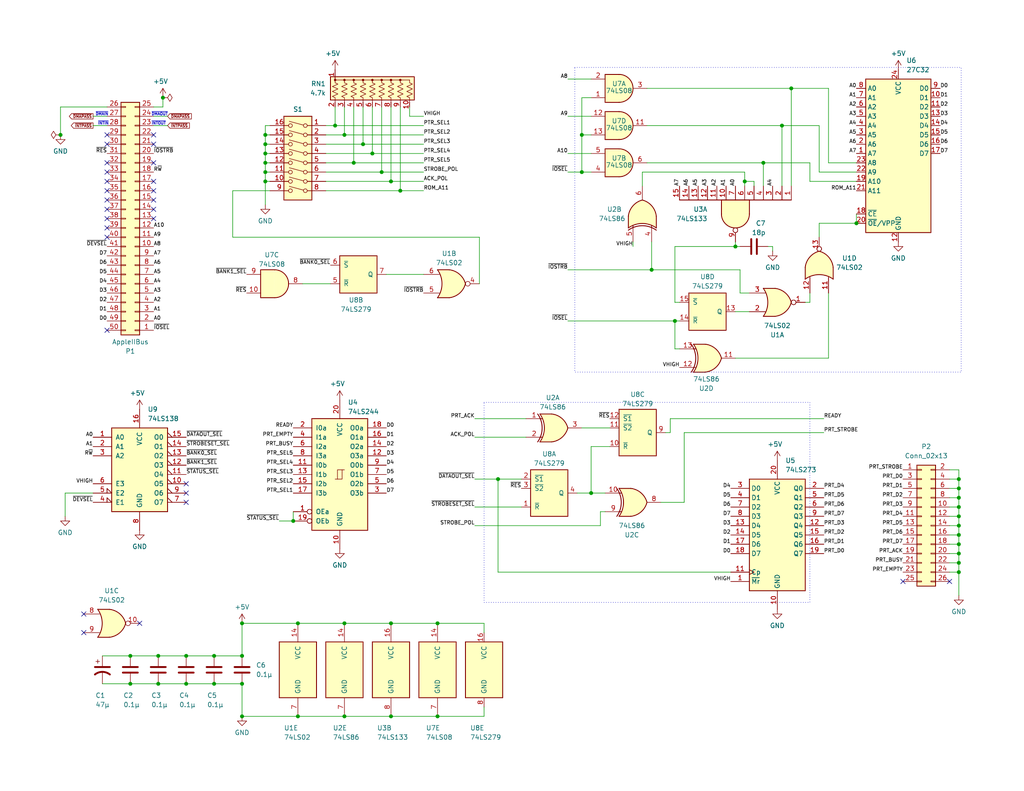
<source format=kicad_sch>
(kicad_sch (version 20231120) (generator "eeschema") (generator_version "8.0")
  (paper "USLetter")
  (title_block (title "Microtek Apple Dumpling-GX Printer Card") (date "2023-09-21") (rev "925B") (comment 2 "captured by Mark Aikens") (comment 3 "by Microtek") (comment 4 "Apple II printer card"))
  (lib_symbols
    (symbol "74xx:74LS02" (pin_names (offset 1.016))
      (property "Reference" "U" (at 0 1.27 0))
      (property "Value" "74LS02" (at 0 -1.27 0))
      (symbol "74LS02_1_1"
        (pin output inverted (at 7.62 0 180) (length 3.81) (name "~") (number "1"))
        (pin input line (at -7.62 2.54 0) (length 4.318) (name "~") (number "2"))
        (pin input line (at -7.62 -2.54 0) (length 4.318) (name "~") (number "3"))
      )
      (symbol "74LS02_1_2"
        (pin output line (at 7.62 0 180) (length 3.81) (name "~") (number "1"))
        (pin input inverted (at -7.62 2.54 0) (length 3.81) (name "~") (number "2"))
        (pin input inverted (at -7.62 -2.54 0) (length 3.81) (name "~") (number "3"))
      )
      (symbol "74LS02_2_1"
        (pin output inverted (at 7.62 0 180) (length 3.81) (name "~") (number "4"))
        (pin input line (at -7.62 2.54 0) (length 4.318) (name "~") (number "5"))
        (pin input line (at -7.62 -2.54 0) (length 4.318) (name "~") (number "6"))
      )
      (symbol "74LS02_2_2"
        (pin output line (at 7.62 0 180) (length 3.81) (name "~") (number "4"))
        (pin input inverted (at -7.62 2.54 0) (length 3.81) (name "~") (number "5"))
        (pin input inverted (at -7.62 -2.54 0) (length 3.81) (name "~") (number "6"))
      )
      (symbol "74LS02_3_1"
        (pin output inverted (at 7.62 0 180) (length 3.81) (name "~") (number "10"))
        (pin input line (at -7.62 2.54 0) (length 4.318) (name "~") (number "8"))
        (pin input line (at -7.62 -2.54 0) (length 4.318) (name "~") (number "9"))
      )
      (symbol "74LS02_3_2"
        (pin output line (at 7.62 0 180) (length 3.81) (name "~") (number "10"))
        (pin input inverted (at -7.62 2.54 0) (length 3.81) (name "~") (number "8"))
        (pin input inverted (at -7.62 -2.54 0) (length 3.81) (name "~") (number "9"))
      )
      (symbol "74LS02_4_1"
        (pin input line (at -7.62 2.54 0) (length 4.318) (name "~") (number "11"))
        (pin input line (at -7.62 -2.54 0) (length 4.318) (name "~") (number "12"))
        (pin output inverted (at 7.62 0 180) (length 3.81) (name "~") (number "13"))
      )
      (symbol "74LS02_4_2"
        (pin input inverted (at -7.62 2.54 0) (length 3.81) (name "~") (number "11"))
        (pin input inverted (at -7.62 -2.54 0) (length 3.81) (name "~") (number "12"))
        (pin output line (at 7.62 0 180) (length 3.81) (name "~") (number "13"))
      )
      (symbol "74LS02_5_0"
        (pin power_in line (at 0 12.7 270) (length 5.08) (name "VCC") (number "14"))
        (pin power_in line (at 0 -12.7 90) (length 5.08) (name "GND") (number "7"))
      )
    )
    (symbol "74xx:74LS08" (pin_names (offset 1.016))
      (property "Reference" "U" (at 0 1.27 0))
      (property "Value" "74LS08" (at 0 -1.27 0))
      (symbol "74LS08_1_1"
        (pin input line (at -7.62 2.54 0) (length 3.81) (name "~") (number "1"))
        (pin input line (at -7.62 -2.54 0) (length 3.81) (name "~") (number "2"))
        (pin output line (at 7.62 0 180) (length 3.81) (name "~") (number "3"))
      )
      (symbol "74LS08_1_2"
        (pin input inverted (at -7.62 2.54 0) (length 4.318) (name "~") (number "1"))
        (pin input inverted (at -7.62 -2.54 0) (length 4.318) (name "~") (number "2"))
        (pin output inverted (at 7.62 0 180) (length 3.81) (name "~") (number "3"))
      )
      (symbol "74LS08_2_1"
        (pin input line (at -7.62 2.54 0) (length 3.81) (name "~") (number "4"))
        (pin input line (at -7.62 -2.54 0) (length 3.81) (name "~") (number "5"))
        (pin output line (at 7.62 0 180) (length 3.81) (name "~") (number "6"))
      )
      (symbol "74LS08_2_2"
        (pin input inverted (at -7.62 2.54 0) (length 4.318) (name "~") (number "4"))
        (pin input inverted (at -7.62 -2.54 0) (length 4.318) (name "~") (number "5"))
        (pin output inverted (at 7.62 0 180) (length 3.81) (name "~") (number "6"))
      )
      (symbol "74LS08_3_1"
        (pin input line (at -7.62 -2.54 0) (length 3.81) (name "~") (number "10"))
        (pin output line (at 7.62 0 180) (length 3.81) (name "~") (number "8"))
        (pin input line (at -7.62 2.54 0) (length 3.81) (name "~") (number "9"))
      )
      (symbol "74LS08_3_2"
        (pin input inverted (at -7.62 -2.54 0) (length 4.318) (name "~") (number "10"))
        (pin output inverted (at 7.62 0 180) (length 3.81) (name "~") (number "8"))
        (pin input inverted (at -7.62 2.54 0) (length 4.318) (name "~") (number "9"))
      )
      (symbol "74LS08_4_1"
        (pin output line (at 7.62 0 180) (length 3.81) (name "~") (number "11"))
        (pin input line (at -7.62 2.54 0) (length 3.81) (name "~") (number "12"))
        (pin input line (at -7.62 -2.54 0) (length 3.81) (name "~") (number "13"))
      )
      (symbol "74LS08_4_2"
        (pin output inverted (at 7.62 0 180) (length 3.81) (name "~") (number "11"))
        (pin input inverted (at -7.62 2.54 0) (length 4.318) (name "~") (number "12"))
        (pin input inverted (at -7.62 -2.54 0) (length 4.318) (name "~") (number "13"))
      )
      (symbol "74LS08_5_0"
        (pin power_in line (at 0 12.7 270) (length 5.08) (name "VCC") (number "14"))
        (pin power_in line (at 0 -12.7 90) (length 5.08) (name "GND") (number "7"))
      )
    )
    (symbol "74xx:74LS133" (pin_names (offset 1.016))
      (property "Reference" "U" (at 0 1.27 0))
      (property "Value" "74LS133" (at 0 -1.27 0))
      (symbol "74LS133_1_1"
        (pin input line (at -7.62 15.24 0) (length 3.81) (name "~") (number "1"))
        (pin input line (at -7.62 -2.54 0) (length 3.81) (name "~") (number "10"))
        (pin input line (at -7.62 -5.08 0) (length 3.81) (name "~") (number "11"))
        (pin input line (at -7.62 -7.62 0) (length 3.81) (name "~") (number "12"))
        (pin input line (at -7.62 -10.16 0) (length 3.81) (name "~") (number "13"))
        (pin input line (at -7.62 -12.7 0) (length 3.81) (name "~") (number "14"))
        (pin input line (at -7.62 -15.24 0) (length 3.81) (name "~") (number "15"))
        (pin input line (at -7.62 12.7 0) (length 3.81) (name "~") (number "2"))
        (pin input line (at -7.62 10.16 0) (length 3.81) (name "~") (number "3"))
        (pin input line (at -7.62 7.62 0) (length 3.81) (name "~") (number "4"))
        (pin input line (at -7.62 5.08 0) (length 3.81) (name "~") (number "5"))
        (pin input line (at -7.62 2.54 0) (length 3.81) (name "~") (number "6"))
        (pin input line (at -7.62 0 0) (length 3.81) (name "~") (number "7"))
        (pin output inverted (at 7.62 0 180) (length 3.81) (name "~") (number "9"))
      )
      (symbol "74LS133_1_2"
        (pin input inverted (at -7.62 15.24 0) (length 3.81) (name "~") (number "1"))
        (pin input inverted (at -7.62 -2.54 0) (length 4.5466) (name "~") (number "10"))
        (pin input inverted (at -7.62 -5.08 0) (length 3.81) (name "~") (number "11"))
        (pin input inverted (at -7.62 -7.62 0) (length 3.81) (name "~") (number "12"))
        (pin input inverted (at -7.62 -10.16 0) (length 3.81) (name "~") (number "13"))
        (pin input inverted (at -7.62 -12.7 0) (length 3.81) (name "~") (number "14"))
        (pin input inverted (at -7.62 -15.24 0) (length 3.81) (name "~") (number "15"))
        (pin input inverted (at -7.62 12.7 0) (length 3.81) (name "~") (number "2"))
        (pin input inverted (at -7.62 10.16 0) (length 3.81) (name "~") (number "3"))
        (pin input inverted (at -7.62 7.62 0) (length 3.81) (name "~") (number "4"))
        (pin input inverted (at -7.62 5.08 0) (length 3.81) (name "~") (number "5"))
        (pin input inverted (at -7.62 2.54 0) (length 4.5466) (name "~") (number "6"))
        (pin input inverted (at -7.62 0 0) (length 5.08) (name "~") (number "7"))
        (pin output line (at 7.62 0 180) (length 3.81) (name "~") (number "9"))
      )
      (symbol "74LS133_2_0"
        (pin power_in line (at 0 12.7 270) (length 5.08) (name "VCC") (number "16"))
        (pin power_in line (at 0 -12.7 90) (length 5.08) (name "GND") (number "8"))
      )
    )
    (symbol "74xx:74LS138" (pin_names (offset 1.016))
      (property "Reference" "U" (at -7.62 11.43 0))
      (property "Value" "74LS138" (at -7.62 -13.97 0))
      (symbol "74LS138_1_0"
        (pin input line (at -12.7 7.62 0) (length 5.08) (name "A0") (number "1"))
        (pin output output_low (at 12.7 -5.08 180) (length 5.08) (name "O5") (number "10"))
        (pin output output_low (at 12.7 -2.54 180) (length 5.08) (name "O4") (number "11"))
        (pin output output_low (at 12.7 0 180) (length 5.08) (name "O3") (number "12"))
        (pin output output_low (at 12.7 2.54 180) (length 5.08) (name "O2") (number "13"))
        (pin output output_low (at 12.7 5.08 180) (length 5.08) (name "O1") (number "14"))
        (pin output output_low (at 12.7 7.62 180) (length 5.08) (name "O0") (number "15"))
        (pin power_in line (at 0 15.24 270) (length 5.08) (name "VCC") (number "16"))
        (pin input line (at -12.7 5.08 0) (length 5.08) (name "A1") (number "2"))
        (pin input line (at -12.7 2.54 0) (length 5.08) (name "A2") (number "3"))
        (pin input input_low (at -12.7 -10.16 0) (length 5.08) (name "E1") (number "4"))
        (pin input input_low (at -12.7 -7.62 0) (length 5.08) (name "E2") (number "5"))
        (pin input line (at -12.7 -5.08 0) (length 5.08) (name "E3") (number "6"))
        (pin output output_low (at 12.7 -10.16 180) (length 5.08) (name "O7") (number "7"))
        (pin power_in line (at 0 -17.78 90) (length 5.08) (name "GND") (number "8"))
        (pin output output_low (at 12.7 -7.62 180) (length 5.08) (name "O6") (number "9"))
      )
    )
    (symbol "74xx:74LS244" (pin_names (offset 1.016))
      (property "Reference" "U" (at -7.62 16.51 0))
      (property "Value" "74LS244" (at -7.62 -16.51 0))
      (symbol "74LS244_1_0"
        (pin input inverted (at -12.7 -10.16 0) (length 5.08) (name "OEa") (number "1"))
        (pin power_in line (at 0 -20.32 90) (length 5.08) (name "GND") (number "10"))
        (pin input line (at -12.7 2.54 0) (length 5.08) (name "I0b") (number "11"))
        (pin tri_state line (at 12.7 5.08 180) (length 5.08) (name "O3a") (number "12"))
        (pin input line (at -12.7 0 0) (length 5.08) (name "I1b") (number "13"))
        (pin tri_state line (at 12.7 7.62 180) (length 5.08) (name "O2a") (number "14"))
        (pin input line (at -12.7 -2.54 0) (length 5.08) (name "I2b") (number "15"))
        (pin tri_state line (at 12.7 10.16 180) (length 5.08) (name "O1a") (number "16"))
        (pin input line (at -12.7 -5.08 0) (length 5.08) (name "I3b") (number "17"))
        (pin tri_state line (at 12.7 12.7 180) (length 5.08) (name "O0a") (number "18"))
        (pin input inverted (at -12.7 -12.7 0) (length 5.08) (name "OEb") (number "19"))
        (pin input line (at -12.7 12.7 0) (length 5.08) (name "I0a") (number "2"))
        (pin power_in line (at 0 20.32 270) (length 5.08) (name "VCC") (number "20"))
        (pin tri_state line (at 12.7 -5.08 180) (length 5.08) (name "O3b") (number "3"))
        (pin input line (at -12.7 10.16 0) (length 5.08) (name "I1a") (number "4"))
        (pin tri_state line (at 12.7 -2.54 180) (length 5.08) (name "O2b") (number "5"))
        (pin input line (at -12.7 7.62 0) (length 5.08) (name "I2a") (number "6"))
        (pin tri_state line (at 12.7 0 180) (length 5.08) (name "O1b") (number "7"))
        (pin input line (at -12.7 5.08 0) (length 5.08) (name "I3a") (number "8"))
        (pin tri_state line (at 12.7 2.54 180) (length 5.08) (name "O0b") (number "9"))
      )
    )
    (symbol "74xx:74LS273"
      (property "Reference" "U" (at -7.62 16.51 0))
      (property "Value" "74LS273" (at -7.62 -16.51 0))
      (symbol "74LS273_1_0"
        (pin input line (at -12.7 -12.7 0) (length 5.08) (name "~{Mr}") (number "1"))
        (pin power_in line (at 0 -20.32 90) (length 5.08) (name "GND") (number "10"))
        (pin input clock (at -12.7 -10.16 0) (length 5.08) (name "Cp") (number "11"))
        (pin output line (at 12.7 2.54 180) (length 5.08) (name "Q4") (number "12"))
        (pin input line (at -12.7 2.54 0) (length 5.08) (name "D4") (number "13"))
        (pin input line (at -12.7 0 0) (length 5.08) (name "D5") (number "14"))
        (pin output line (at 12.7 0 180) (length 5.08) (name "Q5") (number "15"))
        (pin output line (at 12.7 -2.54 180) (length 5.08) (name "Q6") (number "16"))
        (pin input line (at -12.7 -2.54 0) (length 5.08) (name "D6") (number "17"))
        (pin input line (at -12.7 -5.08 0) (length 5.08) (name "D7") (number "18"))
        (pin output line (at 12.7 -5.08 180) (length 5.08) (name "Q7") (number "19"))
        (pin output line (at 12.7 12.7 180) (length 5.08) (name "Q0") (number "2"))
        (pin power_in line (at 0 20.32 270) (length 5.08) (name "VCC") (number "20"))
        (pin input line (at -12.7 12.7 0) (length 5.08) (name "D0") (number "3"))
        (pin input line (at -12.7 10.16 0) (length 5.08) (name "D1") (number "4"))
        (pin output line (at 12.7 10.16 180) (length 5.08) (name "Q1") (number "5"))
        (pin output line (at 12.7 7.62 180) (length 5.08) (name "Q2") (number "6"))
        (pin input line (at -12.7 7.62 0) (length 5.08) (name "D2") (number "7"))
        (pin input line (at -12.7 5.08 0) (length 5.08) (name "D3") (number "8"))
        (pin output line (at 12.7 5.08 180) (length 5.08) (name "Q3") (number "9"))
      )
    )
    (symbol "74xx:74LS86" (pin_names (offset 1.016))
      (property "Reference" "U" (at 0 1.27 0))
      (property "Value" "74LS86" (at 0 -1.27 0))
      (symbol "74LS86_1_0"
        (pin input line (at -7.62 2.54 0) (length 4.445) (name "~") (number "1"))
        (pin input line (at -7.62 -2.54 0) (length 4.445) (name "~") (number "2"))
        (pin output line (at 7.62 0 180) (length 3.81) (name "~") (number "3"))
      )
      (symbol "74LS86_2_0"
        (pin input line (at -7.62 2.54 0) (length 4.445) (name "~") (number "4"))
        (pin input line (at -7.62 -2.54 0) (length 4.445) (name "~") (number "5"))
        (pin output line (at 7.62 0 180) (length 3.81) (name "~") (number "6"))
      )
      (symbol "74LS86_3_0"
        (pin input line (at -7.62 -2.54 0) (length 4.445) (name "~") (number "10"))
        (pin output line (at 7.62 0 180) (length 3.81) (name "~") (number "8"))
        (pin input line (at -7.62 2.54 0) (length 4.445) (name "~") (number "9"))
      )
      (symbol "74LS86_4_0"
        (pin output line (at 7.62 0 180) (length 3.81) (name "~") (number "11"))
        (pin input line (at -7.62 2.54 0) (length 4.445) (name "~") (number "12"))
        (pin input line (at -7.62 -2.54 0) (length 4.445) (name "~") (number "13"))
      )
      (symbol "74LS86_5_0"
        (pin power_in line (at 0 12.7 270) (length 5.08) (name "VCC") (number "14"))
        (pin power_in line (at 0 -12.7 90) (length 5.08) (name "GND") (number "7"))
      )
    )
    (symbol "Connector_Generic:Conn_02x13_Odd_Even" (pin_names (offset 1.016) hide)
      (property "Reference" "J" (at 1.27 17.78 0))
      (property "Value" "Conn_02x13_Odd_Even" (at 1.27 -17.78 0))
      (symbol "Conn_02x13_Odd_Even_1_1"
        (pin passive line (at -5.08 15.24 0) (length 3.81) (name "Pin_1") (number "1"))
        (pin passive line (at 7.62 5.08 180) (length 3.81) (name "Pin_10") (number "10"))
        (pin passive line (at -5.08 2.54 0) (length 3.81) (name "Pin_11") (number "11"))
        (pin passive line (at 7.62 2.54 180) (length 3.81) (name "Pin_12") (number "12"))
        (pin passive line (at -5.08 0 0) (length 3.81) (name "Pin_13") (number "13"))
        (pin passive line (at 7.62 0 180) (length 3.81) (name "Pin_14") (number "14"))
        (pin passive line (at -5.08 -2.54 0) (length 3.81) (name "Pin_15") (number "15"))
        (pin passive line (at 7.62 -2.54 180) (length 3.81) (name "Pin_16") (number "16"))
        (pin passive line (at -5.08 -5.08 0) (length 3.81) (name "Pin_17") (number "17"))
        (pin passive line (at 7.62 -5.08 180) (length 3.81) (name "Pin_18") (number "18"))
        (pin passive line (at -5.08 -7.62 0) (length 3.81) (name "Pin_19") (number "19"))
        (pin passive line (at 7.62 15.24 180) (length 3.81) (name "Pin_2") (number "2"))
        (pin passive line (at 7.62 -7.62 180) (length 3.81) (name "Pin_20") (number "20"))
        (pin passive line (at -5.08 -10.16 0) (length 3.81) (name "Pin_21") (number "21"))
        (pin passive line (at 7.62 -10.16 180) (length 3.81) (name "Pin_22") (number "22"))
        (pin passive line (at -5.08 -12.7 0) (length 3.81) (name "Pin_23") (number "23"))
        (pin passive line (at 7.62 -12.7 180) (length 3.81) (name "Pin_24") (number "24"))
        (pin passive line (at -5.08 -15.24 0) (length 3.81) (name "Pin_25") (number "25"))
        (pin passive line (at 7.62 -15.24 180) (length 3.81) (name "Pin_26") (number "26"))
        (pin passive line (at -5.08 12.7 0) (length 3.81) (name "Pin_3") (number "3"))
        (pin passive line (at 7.62 12.7 180) (length 3.81) (name "Pin_4") (number "4"))
        (pin passive line (at -5.08 10.16 0) (length 3.81) (name "Pin_5") (number "5"))
        (pin passive line (at 7.62 10.16 180) (length 3.81) (name "Pin_6") (number "6"))
        (pin passive line (at -5.08 7.62 0) (length 3.81) (name "Pin_7") (number "7"))
        (pin passive line (at 7.62 7.62 180) (length 3.81) (name "Pin_8") (number "8"))
        (pin passive line (at -5.08 5.08 0) (length 3.81) (name "Pin_9") (number "9"))
      )
    )
    (symbol "Connector_Generic:Conn_02x25_Counter_Clockwise" (pin_names (offset 1.016) hide)
      (property "Reference" "J" (at 1.27 33.02 0))
      (property "Value" "Conn_02x25_Counter_Clockwise" (at 1.27 -33.02 0))
      (symbol "Conn_02x25_Counter_Clockwise_1_1"
        (pin passive line (at -5.08 30.48 0) (length 3.81) (name "Pin_1") (number "1"))
        (pin passive line (at -5.08 7.62 0) (length 3.81) (name "Pin_10") (number "10"))
        (pin passive line (at -5.08 5.08 0) (length 3.81) (name "Pin_11") (number "11"))
        (pin passive line (at -5.08 2.54 0) (length 3.81) (name "Pin_12") (number "12"))
        (pin passive line (at -5.08 0 0) (length 3.81) (name "Pin_13") (number "13"))
        (pin passive line (at -5.08 -2.54 0) (length 3.81) (name "Pin_14") (number "14"))
        (pin passive line (at -5.08 -5.08 0) (length 3.81) (name "Pin_15") (number "15"))
        (pin passive line (at -5.08 -7.62 0) (length 3.81) (name "Pin_16") (number "16"))
        (pin passive line (at -5.08 -10.16 0) (length 3.81) (name "Pin_17") (number "17"))
        (pin passive line (at -5.08 -12.7 0) (length 3.81) (name "Pin_18") (number "18"))
        (pin passive line (at -5.08 -15.24 0) (length 3.81) (name "Pin_19") (number "19"))
        (pin passive line (at -5.08 27.94 0) (length 3.81) (name "Pin_2") (number "2"))
        (pin passive line (at -5.08 -17.78 0) (length 3.81) (name "Pin_20") (number "20"))
        (pin passive line (at -5.08 -20.32 0) (length 3.81) (name "Pin_21") (number "21"))
        (pin passive line (at -5.08 -22.86 0) (length 3.81) (name "Pin_22") (number "22"))
        (pin passive line (at -5.08 -25.4 0) (length 3.81) (name "Pin_23") (number "23"))
        (pin passive line (at -5.08 -27.94 0) (length 3.81) (name "Pin_24") (number "24"))
        (pin passive line (at -5.08 -30.48 0) (length 3.81) (name "Pin_25") (number "25"))
        (pin passive line (at 7.62 -30.48 180) (length 3.81) (name "Pin_26") (number "26"))
        (pin passive line (at 7.62 -27.94 180) (length 3.81) (name "Pin_27") (number "27"))
        (pin passive line (at 7.62 -25.4 180) (length 3.81) (name "Pin_28") (number "28"))
        (pin passive line (at 7.62 -22.86 180) (length 3.81) (name "Pin_29") (number "29"))
        (pin passive line (at -5.08 25.4 0) (length 3.81) (name "Pin_3") (number "3"))
        (pin passive line (at 7.62 -20.32 180) (length 3.81) (name "Pin_30") (number "30"))
        (pin passive line (at 7.62 -17.78 180) (length 3.81) (name "Pin_31") (number "31"))
        (pin passive line (at 7.62 -15.24 180) (length 3.81) (name "Pin_32") (number "32"))
        (pin passive line (at 7.62 -12.7 180) (length 3.81) (name "Pin_33") (number "33"))
        (pin passive line (at 7.62 -10.16 180) (length 3.81) (name "Pin_34") (number "34"))
        (pin passive line (at 7.62 -7.62 180) (length 3.81) (name "Pin_35") (number "35"))
        (pin passive line (at 7.62 -5.08 180) (length 3.81) (name "Pin_36") (number "36"))
        (pin passive line (at 7.62 -2.54 180) (length 3.81) (name "Pin_37") (number "37"))
        (pin passive line (at 7.62 0 180) (length 3.81) (name "Pin_38") (number "38"))
        (pin passive line (at 7.62 2.54 180) (length 3.81) (name "Pin_39") (number "39"))
        (pin passive line (at -5.08 22.86 0) (length 3.81) (name "Pin_4") (number "4"))
        (pin passive line (at 7.62 5.08 180) (length 3.81) (name "Pin_40") (number "40"))
        (pin passive line (at 7.62 7.62 180) (length 3.81) (name "Pin_41") (number "41"))
        (pin passive line (at 7.62 10.16 180) (length 3.81) (name "Pin_42") (number "42"))
        (pin passive line (at 7.62 12.7 180) (length 3.81) (name "Pin_43") (number "43"))
        (pin passive line (at 7.62 15.24 180) (length 3.81) (name "Pin_44") (number "44"))
        (pin passive line (at 7.62 17.78 180) (length 3.81) (name "Pin_45") (number "45"))
        (pin passive line (at 7.62 20.32 180) (length 3.81) (name "Pin_46") (number "46"))
        (pin passive line (at 7.62 22.86 180) (length 3.81) (name "Pin_47") (number "47"))
        (pin passive line (at 7.62 25.4 180) (length 3.81) (name "Pin_48") (number "48"))
        (pin passive line (at 7.62 27.94 180) (length 3.81) (name "Pin_49") (number "49"))
        (pin passive line (at -5.08 20.32 0) (length 3.81) (name "Pin_5") (number "5"))
        (pin passive line (at 7.62 30.48 180) (length 3.81) (name "Pin_50") (number "50"))
        (pin passive line (at -5.08 17.78 0) (length 3.81) (name "Pin_6") (number "6"))
        (pin passive line (at -5.08 15.24 0) (length 3.81) (name "Pin_7") (number "7"))
        (pin passive line (at -5.08 12.7 0) (length 3.81) (name "Pin_8") (number "8"))
        (pin passive line (at -5.08 10.16 0) (length 3.81) (name "Pin_9") (number "9"))
      )
    )
    (symbol "Device:C" (pin_numbers hide) (pin_names (offset 0.254))
      (property "Reference" "C" (at 0.635 2.54 0))
      (property "Value" "C" (at 0.635 -2.54 0))
      (symbol "C_1_1"
        (pin passive line (at 0 3.81 270) (length 2.794) (name "~") (number "1"))
        (pin passive line (at 0 -3.81 90) (length 2.794) (name "~") (number "2"))
      )
    )
    (symbol "Device:C_Polarized_US" (pin_numbers hide) (pin_names (offset 0.254) hide)
      (property "Reference" "C" (at 0.635 2.54 0))
      (property "Value" "C_Polarized_US" (at 0.635 -2.54 0))
      (symbol "C_Polarized_US_1_1"
        (pin passive line (at 0 3.81 270) (length 2.794) (name "~") (number "1"))
        (pin passive line (at 0 -3.81 90) (length 3.302) (name "~") (number "2"))
      )
    )
    (symbol "Device:R_Network09_US" (pin_names (offset 0) hide)
      (property "Reference" "RN" (at -12.7 0 90))
      (property "Value" "R_Network09_US" (at 12.7 0 90))
      (symbol "R_Network09_US_1_1"
        (pin passive line (at -10.16 5.08 270) (length 2.54) (name "common") (number "1"))
        (pin passive line (at 10.16 -5.08 90) (length 1.27) (name "R9") (number "10"))
        (pin passive line (at -10.16 -5.08 90) (length 1.27) (name "R1") (number "2"))
        (pin passive line (at -7.62 -5.08 90) (length 1.27) (name "R2") (number "3"))
        (pin passive line (at -5.08 -5.08 90) (length 1.27) (name "R3") (number "4"))
        (pin passive line (at -2.54 -5.08 90) (length 1.27) (name "R4") (number "5"))
        (pin passive line (at 0 -5.08 90) (length 1.27) (name "R5") (number "6"))
        (pin passive line (at 2.54 -5.08 90) (length 1.27) (name "R6") (number "7"))
        (pin passive line (at 5.08 -5.08 90) (length 1.27) (name "R7") (number "8"))
        (pin passive line (at 7.62 -5.08 90) (length 1.27) (name "R8") (number "9"))
      )
    )
    (symbol "Logic_Legacy:74LS279" (pin_names (offset 1.016))
      (property "Reference" "U" (at -10.16 7.62 0))
      (property "Value" "74LS279" (at -7.62 -8.89 0))
      (symbol "74LS279_1_0"
        (pin input line (at -7.62 -3.81 0) (length 2.54) (name "~{R}") (number "1"))
        (pin input line (at -7.62 3.81 0) (length 2.54) (name "~{S1}") (number "2"))
        (pin input line (at -7.62 1.27 0) (length 2.54) (name "~{S2}") (number "3"))
        (pin output line (at 7.62 0 180) (length 2.54) (name "Q") (number "4"))
      )
      (symbol "74LS279_2_0"
        (pin input line (at -7.62 -2.54 0) (length 2.54) (name "~{R}") (number "5"))
        (pin input line (at -7.62 2.54 0) (length 2.54) (name "~{S}") (number "6"))
        (pin output line (at 7.62 0 180) (length 2.54) (name "Q") (number "7"))
      )
      (symbol "74LS279_3_0"
        (pin input line (at -7.62 -3.81 0) (length 2.54) (name "~{R}") (number "10"))
        (pin input line (at -7.62 1.27 0) (length 2.54) (name "~{S2}") (number "11"))
        (pin input line (at -7.62 3.81 0) (length 2.54) (name "~{S1}") (number "12"))
        (pin output line (at 7.62 0 180) (length 2.54) (name "Q") (number "9"))
      )
      (symbol "74LS279_4_0"
        (pin output line (at 7.62 0 180) (length 2.54) (name "Q") (number "13"))
        (pin input line (at -7.62 -2.54 0) (length 2.54) (name "~{R}") (number "14"))
        (pin input line (at -7.62 2.54 0) (length 2.54) (name "~{S}") (number "15"))
      )
      (symbol "74LS279_5_0"
        (pin power_in line (at 0 10.16 270) (length 2.54) (name "VCC") (number "16"))
        (pin power_in line (at 0 -10.16 90) (length 2.54) (name "GND") (number "8"))
      )
    )
    (symbol "Memory_Legacy:27C32"
      (property "Reference" "U" (at -7.62 24.13 0))
      (property "Value" "27C32" (at 2.54 -20.32 0))
      (symbol "27C32_1_1"
        (pin input line (at -10.16 2.54 0) (length 2.54) (name "A7") (number "1"))
        (pin tri_state line (at 12.7 17.78 180) (length 2.54) (name "D1") (number "10"))
        (pin tri_state line (at 12.7 15.24 180) (length 2.54) (name "D2") (number "11"))
        (pin power_in line (at 1.27 -21.59 90) (length 2.54) (name "GND") (number "12"))
        (pin tri_state line (at 12.7 12.7 180) (length 2.54) (name "D3") (number "13"))
        (pin tri_state line (at 12.7 10.16 180) (length 2.54) (name "D4") (number "14"))
        (pin tri_state line (at 12.7 7.62 180) (length 2.54) (name "D5") (number "15"))
        (pin tri_state line (at 12.7 5.08 180) (length 2.54) (name "D6") (number "16"))
        (pin tri_state line (at 12.7 2.54 180) (length 2.54) (name "D7") (number "17"))
        (pin input line (at -10.16 -13.97 0) (length 2.54) (name "~{CE}") (number "18"))
        (pin input line (at -10.16 -5.08 0) (length 2.54) (name "A10") (number "19"))
        (pin input line (at -10.16 5.08 0) (length 2.54) (name "A6") (number "2"))
        (pin input line (at -10.16 -16.51 0) (length 2.54) (name "~{OE}/VPP") (number "20"))
        (pin input line (at -10.16 -7.62 0) (length 2.54) (name "A11") (number "21"))
        (pin input line (at -10.16 -2.54 0) (length 2.54) (name "A9") (number "22"))
        (pin input line (at -10.16 0 0) (length 2.54) (name "A8") (number "23"))
        (pin power_in line (at 1.27 25.4 270) (length 2.54) (name "VCC") (number "24"))
        (pin input line (at -10.16 7.62 0) (length 2.54) (name "A5") (number "3"))
        (pin input line (at -10.16 10.16 0) (length 2.54) (name "A4") (number "4"))
        (pin input line (at -10.16 12.7 0) (length 2.54) (name "A3") (number "5"))
        (pin input line (at -10.16 15.24 0) (length 2.54) (name "A2") (number "6"))
        (pin input line (at -10.16 17.78 0) (length 2.54) (name "A1") (number "7"))
        (pin input line (at -10.16 20.32 0) (length 2.54) (name "A0") (number "8"))
        (pin tri_state line (at 12.7 20.32 180) (length 2.54) (name "D0") (number "9"))
      )
    )
    (symbol "Switch:SW_DIP_x08" (pin_names (offset 0) hide)
      (property "Reference" "SW" (at 0 13.97 0))
      (property "Value" "SW_DIP_x08" (at 0 -11.43 0))
      (symbol "SW_DIP_x08_1_1"
        (pin passive line (at -7.62 10.16 0) (length 5.08) (name "~") (number "1"))
        (pin passive line (at 7.62 -5.08 180) (length 5.08) (name "~") (number "10"))
        (pin passive line (at 7.62 -2.54 180) (length 5.08) (name "~") (number "11"))
        (pin passive line (at 7.62 0 180) (length 5.08) (name "~") (number "12"))
        (pin passive line (at 7.62 2.54 180) (length 5.08) (name "~") (number "13"))
        (pin passive line (at 7.62 5.08 180) (length 5.08) (name "~") (number "14"))
        (pin passive line (at 7.62 7.62 180) (length 5.08) (name "~") (number "15"))
        (pin passive line (at 7.62 10.16 180) (length 5.08) (name "~") (number "16"))
        (pin passive line (at -7.62 7.62 0) (length 5.08) (name "~") (number "2"))
        (pin passive line (at -7.62 5.08 0) (length 5.08) (name "~") (number "3"))
        (pin passive line (at -7.62 2.54 0) (length 5.08) (name "~") (number "4"))
        (pin passive line (at -7.62 0 0) (length 5.08) (name "~") (number "5"))
        (pin passive line (at -7.62 -2.54 0) (length 5.08) (name "~") (number "6"))
        (pin passive line (at -7.62 -5.08 0) (length 5.08) (name "~") (number "7"))
        (pin passive line (at -7.62 -7.62 0) (length 5.08) (name "~") (number "8"))
        (pin passive line (at 7.62 -7.62 180) (length 5.08) (name "~") (number "9"))
      )
    )
    (symbol "power:+5V" (power) (pin_numbers hide) (pin_names (offset 0) hide)
      (property "Value" "+5V" (at 0 3.556 0))
      (symbol "+5V_1_1"
        (pin power_in line (at 0 0 90) (length 0) (name "~") (number "1"))
      )
    )
    (symbol "power:GND" (power) (pin_numbers hide) (pin_names (offset 0) hide)
      (property "Value" "GND" (at 0 -3.81 0))
      (symbol "GND_1_1"
        (pin power_in line (at 0 0 270) (length 0) (name "~") (number "1"))
      )
    )
    (symbol "power:PWR_FLAG" (power) (pin_numbers hide) (pin_names (offset 0) hide)
      (property "Value" "PWR_FLAG" (at 0 3.81 0))
      (symbol "PWR_FLAG_0_0"
        (pin power_out line (at 0 0 90) (length 0) (name "~") (number "1"))
      )
    )
  )
  (junction (at 261.62 151.13))
  (junction (at 50.8 179.07))
  (junction (at 119.38 195.58))
  (junction (at 58.42 186.69))
  (junction (at 93.98 170.18))
  (junction (at 35.56 179.07))
  (junction (at 213.36 34.29))
  (junction (at 261.62 138.43))
  (junction (at 66.04 186.69))
  (junction (at 81.28 170.18))
  (junction (at 43.18 186.69))
  (junction (at 72.39 39.37))
  (junction (at 35.56 186.69))
  (junction (at 203.2 49.53))
  (junction (at 66.04 195.58))
  (junction (at 72.39 41.91))
  (junction (at 93.98 195.58))
  (junction (at 58.42 179.07))
  (junction (at 261.62 146.05))
  (junction (at 208.28 44.45))
  (junction (at 261.62 140.97))
  (junction (at 50.8 186.69))
  (junction (at 261.62 130.81))
  (junction (at 104.14 46.99))
  (junction (at 81.28 195.58))
  (junction (at 233.68 60.96))
  (junction (at 106.68 195.58))
  (junction (at 43.18 179.07))
  (junction (at 119.38 170.18))
  (junction (at 72.39 44.45))
  (junction (at 261.62 148.59))
  (junction (at 72.39 36.83))
  (junction (at 261.62 133.35))
  (junction (at 72.39 46.99))
  (junction (at 66.04 179.07))
  (junction (at 72.39 49.53))
  (junction (at 93.98 36.83))
  (junction (at 96.52 44.45))
  (junction (at 66.04 170.18))
  (junction (at 106.68 170.18))
  (junction (at 91.44 34.29))
  (junction (at 135.89 130.81))
  (junction (at 261.62 135.89))
  (junction (at 161.29 134.62))
  (junction (at 200.66 67.31))
  (junction (at 177.8 73.66))
  (junction (at 80.01 142.24))
  (junction (at 99.06 39.37))
  (junction (at 16.51 36.83))
  (junction (at 184.15 87.63))
  (junction (at 215.9 24.13))
  (junction (at 261.62 156.21))
  (junction (at 261.62 143.51))
  (junction (at 44.45 26.67))
  (junction (at 109.22 52.07))
  (junction (at 158.75 36.83))
  (junction (at 106.68 49.53))
  (junction (at 261.62 153.67))
  (junction (at 101.6 41.91))
  (junction (at 158.75 46.99))
  (no_connect (at 29.21 44.45))
  (no_connect (at 29.21 39.37))
  (no_connect (at 29.21 49.53))
  (no_connect (at 259.08 158.75))
  (no_connect (at 246.38 158.75))
  (no_connect (at 41.91 59.69))
  (no_connect (at 22.86 167.64))
  (no_connect (at 29.21 59.69))
  (no_connect (at 22.86 172.72))
  (no_connect (at 29.21 90.17))
  (no_connect (at 50.8 137.16))
  (no_connect (at 29.21 54.61))
  (no_connect (at 29.21 62.23))
  (no_connect (at 29.21 64.77))
  (no_connect (at 50.8 132.08))
  (no_connect (at 41.91 57.15))
  (no_connect (at 29.21 52.07))
  (no_connect (at 29.21 57.15))
  (no_connect (at 41.91 44.45))
  (no_connect (at 41.91 52.07))
  (no_connect (at 41.91 36.83))
  (no_connect (at 41.91 39.37))
  (no_connect (at 38.1 170.18))
  (no_connect (at 29.21 36.83))
  (no_connect (at 50.8 134.62))
  (no_connect (at 41.91 49.53))
  (no_connect (at 29.21 46.99))
  (no_connect (at 41.91 54.61))
  (wire (pts (xy 135.89 156.21) (xy 199.39 156.21)))
  (wire (pts (xy 224.79 114.3) (xy 182.88 114.3)))
  (wire (pts (xy 182.88 118.11) (xy 181.61 118.11)))
  (wire (pts (xy 101.6 29.21) (xy 101.6 41.91)))
  (wire (pts (xy 93.98 29.21) (xy 93.98 36.83)))
  (wire (pts (xy 184.15 67.31) (xy 184.15 82.55)))
  (wire (pts (xy 35.56 179.07) (xy 43.18 179.07)))
  (wire (pts (xy 161.29 121.92) (xy 166.37 121.92)))
  (wire (pts (xy 182.88 114.3) (xy 182.88 118.11)))
  (wire (pts (xy 93.98 170.18) (xy 106.68 170.18)))
  (wire (pts (xy 91.44 29.21) (xy 91.44 34.29)))
  (wire (pts (xy 177.8 66.04) (xy 177.8 73.66)))
  (wire (pts (xy 158.75 26.67) (xy 161.29 26.67)))
  (wire (pts (xy 76.2 142.24) (xy 80.01 142.24)))
  (wire (pts (xy 106.68 29.21) (xy 106.68 49.53)))
  (wire (pts (xy 259.08 138.43) (xy 261.62 138.43)))
  (wire (pts (xy 163.83 143.51) (xy 129.54 143.51)))
  (wire (pts (xy 27.94 186.69) (xy 35.56 186.69)))
  (wire (pts (xy 200.66 67.31) (xy 201.93 67.31)))
  (wire (pts (xy 93.98 195.58) (xy 106.68 195.58)))
  (wire (pts (xy 163.83 139.7) (xy 163.83 143.51)))
  (wire (pts (xy 72.39 41.91) (xy 73.66 41.91)))
  (wire (pts (xy 223.52 34.29) (xy 223.52 46.99)))
  (wire (pts (xy 50.8 186.69) (xy 58.42 186.69)))
  (wire (pts (xy 184.15 87.63) (xy 184.15 95.25)))
  (wire (pts (xy 129.54 130.81) (xy 135.89 130.81)))
  (wire (pts (xy 220.98 80.01) (xy 220.98 82.55)))
  (wire (pts (xy 213.36 34.29) (xy 213.36 50.8)))
  (wire (pts (xy 58.42 186.69) (xy 66.04 186.69)))
  (wire (pts (xy 73.66 52.07) (xy 63.5 52.07)))
  (wire (pts (xy 25.4 134.62) (xy 17.78 134.62)))
  (wire (pts (xy 66.04 195.58) (xy 66.04 186.69)))
  (wire (pts (xy 81.28 195.58) (xy 66.04 195.58)))
  (wire (pts (xy 35.56 186.69) (xy 43.18 186.69)))
  (wire (pts (xy 99.06 39.37) (xy 115.57 39.37)))
  (wire (pts (xy 72.39 41.91) (xy 72.39 44.45)))
  (wire (pts (xy 220.98 44.45) (xy 208.28 44.45)))
  (wire (pts (xy 213.36 34.29) (xy 223.52 34.29)))
  (wire (pts (xy 175.26 46.99) (xy 203.2 46.99)))
  (wire (pts (xy 261.62 138.43) (xy 261.62 140.97)))
  (wire (pts (xy 111.76 29.21) (xy 111.76 31.75)))
  (wire (pts (xy 106.68 49.53) (xy 115.57 49.53)))
  (wire (pts (xy 109.22 52.07) (xy 115.57 52.07)))
  (wire (pts (xy 104.14 46.99) (xy 115.57 46.99)))
  (wire (pts (xy 215.9 24.13) (xy 226.06 24.13)))
  (wire (pts (xy 203.2 49.53) (xy 205.74 49.53)))
  (wire (pts (xy 96.52 44.45) (xy 115.57 44.45)))
  (wire (pts (xy 261.62 148.59) (xy 261.62 151.13)))
  (wire (pts (xy 259.08 153.67) (xy 261.62 153.67)))
  (wire (pts (xy 66.04 170.18) (xy 66.04 179.07)))
  (wire (pts (xy 58.42 179.07) (xy 66.04 179.07)))
  (wire (pts (xy 72.39 36.83) (xy 72.39 39.37)))
  (wire (pts (xy 259.08 140.97) (xy 261.62 140.97)))
  (wire (pts (xy 186.69 118.11) (xy 186.69 137.16)))
  (wire (pts (xy 130.81 64.77) (xy 63.5 64.77)))
  (wire (pts (xy 261.62 133.35) (xy 261.62 135.89)))
  (wire (pts (xy 210.82 68.58) (xy 210.82 67.31)))
  (wire (pts (xy 186.69 137.16) (xy 180.34 137.16)))
  (wire (pts (xy 259.08 135.89) (xy 261.62 135.89)))
  (wire (pts (xy 259.08 148.59) (xy 261.62 148.59)))
  (wire (pts (xy 226.06 44.45) (xy 233.68 44.45)))
  (wire (pts (xy 220.98 82.55) (xy 219.71 82.55)))
  (wire (pts (xy 220.98 49.53) (xy 233.68 49.53)))
  (wire (pts (xy 154.94 73.66) (xy 177.8 73.66)))
  (wire (pts (xy 154.94 87.63) (xy 184.15 87.63)))
  (wire (pts (xy 200.66 97.79) (xy 226.06 97.79)))
  (wire (pts (xy 154.94 21.59) (xy 161.29 21.59)))
  (wire (pts (xy 25.4 31.75) (xy 29.21 31.75)))
  (wire (pts (xy 43.18 186.69) (xy 50.8 186.69)))
  (wire (pts (xy 175.26 46.99) (xy 175.26 50.8)))
  (wire (pts (xy 208.28 44.45) (xy 208.28 50.8)))
  (wire (pts (xy 172.72 66.04) (xy 172.72 67.31)))
  (wire (pts (xy 81.28 170.18) (xy 66.04 170.18)))
  (wire (pts (xy 154.94 46.99) (xy 158.75 46.99)))
  (wire (pts (xy 163.83 139.7) (xy 165.1 139.7)))
  (wire (pts (xy 154.94 31.75) (xy 161.29 31.75)))
  (wire (pts (xy 223.52 46.99) (xy 233.68 46.99)))
  (wire (pts (xy 184.15 82.55) (xy 185.42 82.55)))
  (wire (pts (xy 50.8 179.07) (xy 58.42 179.07)))
  (wire (pts (xy 119.38 195.58) (xy 132.08 195.58)))
  (wire (pts (xy 101.6 41.91) (xy 115.57 41.91)))
  (wire (pts (xy 158.75 36.83) (xy 158.75 46.99)))
  (wire (pts (xy 72.39 44.45) (xy 72.39 46.99)))
  (wire (pts (xy 72.39 39.37) (xy 73.66 39.37)))
  (wire (pts (xy 203.2 46.99) (xy 203.2 49.53)))
  (wire (pts (xy 41.91 31.75) (xy 45.72 31.75)))
  (wire (pts (xy 25.4 34.29) (xy 29.21 34.29)))
  (wire (pts (xy 157.48 134.62) (xy 161.29 134.62)))
  (wire (pts (xy 129.54 119.38) (xy 143.51 119.38)))
  (wire (pts (xy 259.08 130.81) (xy 261.62 130.81)))
  (wire (pts (xy 72.39 44.45) (xy 73.66 44.45)))
  (wire (pts (xy 43.18 179.07) (xy 50.8 179.07)))
  (wire (pts (xy 161.29 134.62) (xy 165.1 134.62)))
  (wire (pts (xy 203.2 49.53) (xy 203.2 50.8)))
  (wire (pts (xy 200.66 66.04) (xy 200.66 67.31)))
  (wire (pts (xy 161.29 46.99) (xy 158.75 46.99)))
  (wire (pts (xy 261.62 130.81) (xy 261.62 133.35)))
  (wire (pts (xy 72.39 39.37) (xy 72.39 41.91)))
  (wire (pts (xy 44.45 26.67) (xy 44.45 29.21)))
  (wire (pts (xy 129.54 138.43) (xy 142.24 138.43)))
  (wire (pts (xy 72.39 49.53) (xy 73.66 49.53)))
  (wire (pts (xy 210.82 67.31) (xy 209.55 67.31)))
  (wire (pts (xy 93.98 36.83) (xy 115.57 36.83)))
  (wire (pts (xy 88.9 39.37) (xy 99.06 39.37)))
  (wire (pts (xy 106.68 170.18) (xy 119.38 170.18)))
  (wire (pts (xy 158.75 26.67) (xy 158.75 36.83)))
  (wire (pts (xy 82.55 77.47) (xy 90.17 77.47)))
  (wire (pts (xy 88.9 46.99) (xy 104.14 46.99)))
  (wire (pts (xy 99.06 29.21) (xy 99.06 39.37)))
  (wire (pts (xy 63.5 52.07) (xy 63.5 64.77)))
  (wire (pts (xy 259.08 146.05) (xy 261.62 146.05)))
  (wire (pts (xy 184.15 87.63) (xy 185.42 87.63)))
  (wire (pts (xy 201.93 80.01) (xy 201.93 73.66)))
  (wire (pts (xy 261.62 156.21) (xy 261.62 162.56)))
  (wire (pts (xy 88.9 49.53) (xy 106.68 49.53)))
  (wire (pts (xy 233.68 58.42) (xy 233.68 60.96)))
  (wire (pts (xy 109.22 52.07) (xy 88.9 52.07)))
  (wire (pts (xy 132.08 193.04) (xy 132.08 195.58)))
  (wire (pts (xy 261.62 146.05) (xy 261.62 148.59)))
  (wire (pts (xy 259.08 156.21) (xy 261.62 156.21)))
  (wire (pts (xy 261.62 140.97) (xy 261.62 143.51)))
  (wire (pts (xy 223.52 60.96) (xy 233.68 60.96)))
  (wire (pts (xy 184.15 95.25) (xy 185.42 95.25)))
  (wire (pts (xy 176.53 24.13) (xy 215.9 24.13)))
  (wire (pts (xy 261.62 143.51) (xy 261.62 146.05)))
  (wire (pts (xy 259.08 128.27) (xy 261.62 128.27)))
  (wire (pts (xy 224.79 118.11) (xy 186.69 118.11)))
  (wire (pts (xy 215.9 24.13) (xy 215.9 50.8)))
  (wire (pts (xy 259.08 133.35) (xy 261.62 133.35)))
  (wire (pts (xy 88.9 41.91) (xy 101.6 41.91)))
  (wire (pts (xy 129.54 114.3) (xy 143.51 114.3)))
  (wire (pts (xy 88.9 36.83) (xy 93.98 36.83)))
  (wire (pts (xy 104.14 29.21) (xy 104.14 46.99)))
  (wire (pts (xy 132.08 170.18) (xy 132.08 172.72)))
  (wire (pts (xy 226.06 24.13) (xy 226.06 44.45)))
  (wire (pts (xy 200.66 67.31) (xy 184.15 67.31)))
  (wire (pts (xy 72.39 49.53) (xy 72.39 55.88)))
  (wire (pts (xy 226.06 97.79) (xy 226.06 80.01)))
  (wire (pts (xy 109.22 29.21) (xy 109.22 52.07)))
  (wire (pts (xy 135.89 130.81) (xy 142.24 130.81)))
  (wire (pts (xy 72.39 46.99) (xy 72.39 49.53)))
  (wire (pts (xy 223.52 60.96) (xy 223.52 64.77)))
  (wire (pts (xy 261.62 135.89) (xy 261.62 138.43)))
  (wire (pts (xy 17.78 134.62) (xy 17.78 140.97)))
  (wire (pts (xy 96.52 29.21) (xy 96.52 44.45)))
  (wire (pts (xy 81.28 195.58) (xy 93.98 195.58)))
  (wire (pts (xy 27.94 179.07) (xy 35.56 179.07)))
  (wire (pts (xy 158.75 116.84) (xy 166.37 116.84)))
  (wire (pts (xy 73.66 34.29) (xy 72.39 34.29)))
  (wire (pts (xy 177.8 73.66) (xy 201.93 73.66)))
  (wire (pts (xy 72.39 34.29) (xy 72.39 36.83)))
  (wire (pts (xy 259.08 151.13) (xy 261.62 151.13)))
  (wire (pts (xy 72.39 46.99) (xy 73.66 46.99)))
  (wire (pts (xy 261.62 151.13) (xy 261.62 153.67)))
  (wire (pts (xy 16.51 29.21) (xy 16.51 36.83)))
  (wire (pts (xy 119.38 170.18) (xy 132.08 170.18)))
  (wire (pts (xy 91.44 34.29) (xy 115.57 34.29)))
  (wire (pts (xy 88.9 44.45) (xy 96.52 44.45)))
  (wire (pts (xy 261.62 128.27) (xy 261.62 130.81)))
  (wire (pts (xy 205.74 49.53) (xy 205.74 50.8)))
  (wire (pts (xy 80.01 139.7) (xy 80.01 142.24)))
  (wire (pts (xy 161.29 121.92) (xy 161.29 134.62)))
  (wire (pts (xy 115.57 74.93) (xy 105.41 74.93)))
  (wire (pts (xy 176.53 44.45) (xy 208.28 44.45)))
  (wire (pts (xy 81.28 170.18) (xy 93.98 170.18)))
  (wire (pts (xy 41.91 34.29) (xy 45.72 34.29)))
  (wire (pts (xy 200.66 85.09) (xy 204.47 85.09)))
  (wire (pts (xy 130.81 64.77) (xy 130.81 77.47)))
  (wire (pts (xy 158.75 36.83) (xy 161.29 36.83)))
  (wire (pts (xy 259.08 143.51) (xy 261.62 143.51)))
  (wire (pts (xy 88.9 34.29) (xy 91.44 34.29)))
  (wire (pts (xy 176.53 34.29) (xy 213.36 34.29)))
  (wire (pts (xy 72.39 36.83) (xy 73.66 36.83)))
  (wire (pts (xy 201.93 80.01) (xy 204.47 80.01)))
  (wire (pts (xy 29.21 29.21) (xy 16.51 29.21)))
  (wire (pts (xy 220.98 49.53) (xy 220.98 44.45)))
  (wire (pts (xy 111.76 31.75) (xy 115.57 31.75)))
  (wire (pts (xy 261.62 153.67) (xy 261.62 156.21)))
  (wire (pts (xy 44.45 29.21) (xy 41.91 29.21)))
  (wire (pts (xy 135.89 130.81) (xy 135.89 156.21)))
  (wire (pts (xy 106.68 195.58) (xy 119.38 195.58)))
  (wire (pts (xy 154.94 41.91) (xy 161.29 41.91)))
  (text_box "" (at 156.845 18.415 0) (size 105.41 83.185) (stroke (width 0) (type dot)) (effects (font (size 1.27 1.27)) (justify left top)))
  (text_box "" (at 132.08 109.855 0) (size 88.9 54.61) (stroke (width 0) (type dot)) (effects (font (size 1.27 1.27)) (justify left top)))
  (text "~{DMAIN}" (at 26.035 31.75 0) (effects (font (size 0.75 0.75)) (justify left bottom)))
  (text "~{INTOUT}" (at 41.275 34.29 0) (effects (font (size 0.75 0.75)) (justify left bottom)))
  (text "~{DMAOUT}" (at 41.275 31.75 0) (effects (font (size 0.75 0.75)) (justify left bottom)))
  (text "~{INTIN}" (at 26.67 34.29 0) (effects (font (size 0.75 0.75)) (justify left bottom)))
  (label "PRT_D3" (at 224.79 143.51 0) (effects (font (size 1 1))))
  (label "PTR_SEL2" (at 80.01 132.08 180) (effects (font (size 1 1))))
  (label "D2" (at 199.39 146.05 180) (effects (font (size 1 1))))
  (label "A3" (at 41.91 80.01 0) (effects (font (size 1 1))))
  (label "A6" (at 41.91 72.39 0) (effects (font (size 1 1))))
  (label "~{IOSTRB}" (at 41.91 41.91 0) (effects (font (size 1 1))))
  (label "A2" (at 195.58 50.8 90) (effects (font (size 1 1))))
  (label "PRT_STROBE" (at 246.38 128.27 180) (effects (font (size 1 1))))
  (label "A2" (at 233.68 29.21 180) (effects (font (size 1 1))))
  (label "D5" (at 29.21 74.93 180) (effects (font (size 1 1))))
  (label "D7" (at 199.39 140.97 180) (effects (font (size 1 1))))
  (label "D2" (at 29.21 82.55 180) (effects (font (size 1 1))))
  (label "D0" (at 256.54 24.13 0) (effects (font (size 1 1))))
  (label "~{STROBESET_SEL}" (at 129.54 138.43 180) (effects (font (size 1 1))))
  (label "D4" (at 256.54 34.29 0) (effects (font (size 1 1))))
  (label "ACK_POL" (at 129.54 119.38 180) (effects (font (size 1 1))))
  (label "A1" (at 25.4 121.92 180) (effects (font (size 1 1))))
  (label "D6" (at 199.39 138.43 180) (effects (font (size 1 1))))
  (label "PTR_SEL5" (at 80.01 124.46 180) (effects (font (size 1 1))))
  (label "ROM_A11" (at 115.57 52.07 0) (effects (font (size 1 1))))
  (label "PRT_D0" (at 246.38 130.81 180) (effects (font (size 1 1))))
  (label "D1" (at 105.41 119.38 0) (effects (font (size 1 1))))
  (label "VHIGH" (at 115.57 31.75 0) (effects (font (size 1 1))))
  (label "PTR_SEL1" (at 80.01 134.62 180) (effects (font (size 1 1))))
  (label "A9" (at 41.91 64.77 0) (effects (font (size 1 1))))
  (label "A4" (at 41.91 77.47 0) (effects (font (size 1 1))))
  (label "D3" (at 199.39 143.51 180) (effects (font (size 1 1))))
  (label "D3" (at 105.41 124.46 0) (effects (font (size 1 1))))
  (label "~{RES}" (at 67.31 80.01 180) (effects (font (size 1 1))))
  (label "D6" (at 29.21 72.39 180) (effects (font (size 1 1))))
  (label "D5" (at 105.41 129.54 0) (effects (font (size 1 1))))
  (label "VHIGH" (at 199.39 158.75 180) (effects (font (size 1 1))))
  (label "~{DATAOUT_SEL}" (at 50.8 119.38 0) (effects (font (size 1 1))))
  (label "D7" (at 105.41 134.62 0) (effects (font (size 1 1))))
  (label "D1" (at 29.21 85.09 180) (effects (font (size 1 1))))
  (label "D0" (at 29.21 87.63 180) (effects (font (size 1 1))))
  (label "A8" (at 41.91 67.31 0) (effects (font (size 1 1))))
  (label "A1" (at 233.68 26.67 180) (effects (font (size 1 1))))
  (label "~{STATUS_SEL}" (at 50.8 129.54 0) (effects (font (size 1 1))))
  (label "D1" (at 256.54 26.67 0) (effects (font (size 1 1))))
  (label "D5" (at 256.54 36.83 0) (effects (font (size 1 1))))
  (label "A7" (at 41.91 69.85 0) (effects (font (size 1 1))))
  (label "PTR_SEL3" (at 80.01 129.54 180) (effects (font (size 1 1))))
  (label "PRT_ACK" (at 129.54 114.3 180) (effects (font (size 1 1))))
  (label "PRT_STROBE" (at 224.79 118.11 0) (effects (font (size 1 1))))
  (label "PRT_D3" (at 246.38 138.43 180) (effects (font (size 1 1))))
  (label "R~{W}" (at 25.4 124.46 180) (effects (font (size 1 1))))
  (label "PRT_EMPTY" (at 80.01 119.38 180) (effects (font (size 1 1))))
  (label "D4" (at 199.39 133.35 180) (effects (font (size 1 1))))
  (label "A0" (at 41.91 87.63 0) (effects (font (size 1 1))))
  (label "PRT_D2" (at 224.79 146.05 0) (effects (font (size 1 1))))
  (label "~{BANK0_SEL}" (at 50.8 124.46 0) (effects (font (size 1 1))))
  (label "A1" (at 41.91 85.09 0) (effects (font (size 1 1))))
  (label "PRT_D6" (at 224.79 138.43 0) (effects (font (size 1 1))))
  (label "D3" (at 256.54 31.75 0) (effects (font (size 1 1))))
  (label "PRT_D6" (at 246.38 146.05 180) (effects (font (size 1 1))))
  (label "PTR_SEL5" (at 115.57 44.45 0) (effects (font (size 1 1))))
  (label "~{BANK0_SEL}" (at 90.17 72.39 180) (effects (font (size 1 1))))
  (label "A4" (at 233.68 34.29 180) (effects (font (size 1 1))))
  (label "~{DEVSEL}" (at 29.21 67.31 180) (effects (font (size 1 1))))
  (label "ACK_POL" (at 115.57 49.53 0) (effects (font (size 1 1))))
  (label "A10" (at 154.94 41.91 180) (effects (font (size 1 1))))
  (label "STROBE_POL" (at 129.54 143.51 180) (effects (font (size 1 1))))
  (label "A10" (at 41.91 62.23 0) (effects (font (size 1 1))))
  (label "~{BANK1_SEL}" (at 67.31 74.93 180) (effects (font (size 1 1))))
  (label "~{RES}" (at 166.37 114.3 180) (effects (font (size 1 1))))
  (label "A3" (at 193.04 50.8 90) (effects (font (size 1 1))))
  (label "PRT_D4" (at 246.38 140.97 180) (effects (font (size 1 1))))
  (label "PRT_EMPTY" (at 246.38 156.21 180) (effects (font (size 1 1))))
  (label "PRT_D1" (at 224.79 148.59 0) (effects (font (size 1 1))))
  (label "A5" (at 41.91 74.93 0) (effects (font (size 1 1))))
  (label "D7" (at 256.54 41.91 0) (effects (font (size 1 1))))
  (label "D0" (at 105.41 116.84 0) (effects (font (size 1 1))))
  (label "PRT_BUSY" (at 80.01 121.92 180) (effects (font (size 1 1))))
  (label "D7" (at 29.21 69.85 180) (effects (font (size 1 1))))
  (label "A3" (at 233.68 31.75 180) (effects (font (size 1 1))))
  (label "VHIGH" (at 185.42 100.33 180) (effects (font (size 1 1))))
  (label "A2" (at 41.91 82.55 0) (effects (font (size 1 1))))
  (label "PRT_D5" (at 246.38 143.51 180) (effects (font (size 1 1))))
  (label "A5" (at 190.5 50.8 90) (effects (font (size 1 1))))
  (label "~{DEVSEL}" (at 25.4 137.16 180) (effects (font (size 1 1))))
  (label "PTR_SEL1" (at 115.57 34.29 0) (effects (font (size 1 1))))
  (label "D6" (at 105.41 132.08 0) (effects (font (size 1 1))))
  (label "PRT_D0" (at 224.79 151.13 0) (effects (font (size 1 1))))
  (label "A1" (at 198.12 50.8 90) (effects (font (size 1 1))))
  (label "~{STROBESET_SEL}" (at 50.8 121.92 0) (effects (font (size 1 1))))
  (label "~{BANK1_SEL}" (at 50.8 127 0) (effects (font (size 1 1))))
  (label "PTR_SEL4" (at 115.57 41.91 0) (effects (font (size 1 1))))
  (label "ROM_A11" (at 233.68 52.07 180) (effects (font (size 1 1))))
  (label "PTR_SEL2" (at 115.57 36.83 0) (effects (font (size 1 1))))
  (label "~{IOSEL}" (at 154.94 46.99 180) (effects (font (size 1 1))))
  (label "A0" (at 200.66 50.8 90) (effects (font (size 1 1))))
  (label "PRT_D7" (at 224.79 140.97 0) (effects (font (size 1 1))))
  (label "PRT_D2" (at 246.38 135.89 180) (effects (font (size 1 1))))
  (label "A9" (at 154.94 31.75 180) (effects (font (size 1 1))))
  (label "A7" (at 233.68 41.91 180) (effects (font (size 1 1))))
  (label "READY" (at 224.79 114.3 0) (effects (font (size 1 1))))
  (label "~{IOSEL}" (at 154.94 87.63 180) (effects (font (size 1 1))))
  (label "~{RES}" (at 142.24 133.35 180) (effects (font (size 1 1))))
  (label "D4" (at 105.41 127 0) (effects (font (size 1 1))))
  (label "D6" (at 256.54 39.37 0) (effects (font (size 1 1))))
  (label "PRT_D1" (at 246.38 133.35 180) (effects (font (size 1 1))))
  (label "D4" (at 29.21 77.47 180) (effects (font (size 1 1))))
  (label "PRT_BUSY" (at 246.38 153.67 180) (effects (font (size 1 1))))
  (label "PRT_D7" (at 246.38 148.59 180) (effects (font (size 1 1))))
  (label "~{RES}" (at 29.21 41.91 180) (effects (font (size 1 1))))
  (label "A0" (at 233.68 24.13 180) (effects (font (size 1 1))))
  (label "D0" (at 199.39 151.13 180) (effects (font (size 1 1))))
  (label "A4" (at 210.82 50.8 90) (effects (font (size 1 1))))
  (label "A6" (at 233.68 39.37 180) (effects (font (size 1 1))))
  (label "A5" (at 233.68 36.83 180) (effects (font (size 1 1))))
  (label "~{IOSTRB}" (at 115.57 80.01 180) (effects (font (size 1 1))))
  (label "PTR_SEL3" (at 115.57 39.37 0) (effects (font (size 1 1))))
  (label "D2" (at 105.41 121.92 0) (effects (font (size 1 1))))
  (label "D1" (at 199.39 148.59 180) (effects (font (size 1 1))))
  (label "~{STATUS_SEL}" (at 76.2 142.24 180) (effects (font (size 1 1))))
  (label "A8" (at 154.94 21.59 180) (effects (font (size 1 1))))
  (label "READY" (at 80.01 116.84 180) (effects (font (size 1 1))))
  (label "PRT_ACK" (at 246.38 151.13 180) (effects (font (size 1 1))))
  (label "~{DATAOUT_SEL}" (at 129.54 130.81 180) (effects (font (size 1 1))))
  (label "D5" (at 199.39 135.89 180) (effects (font (size 1 1))))
  (label "VHIGH" (at 172.72 67.31 180) (effects (font (size 1 1))))
  (label "A6" (at 187.96 50.8 90) (effects (font (size 1 1))))
  (label "VHIGH" (at 25.4 132.08 180) (effects (font (size 1 1))))
  (label "~{IOSTRB}" (at 154.94 73.66 180) (effects (font (size 1 1))))
  (label "A7" (at 185.42 50.8 90) (effects (font (size 1 1))))
  (label "PRT_D5" (at 224.79 135.89 0) (effects (font (size 1 1))))
  (label "PRT_D4" (at 224.79 133.35 0) (effects (font (size 1 1))))
  (label "D2" (at 256.54 29.21 0) (effects (font (size 1 1))))
  (label "A0" (at 25.4 119.38 180) (effects (font (size 1 1))))
  (label "R~{W}" (at 41.91 46.99 0) (effects (font (size 1 1))))
  (label "PTR_SEL4" (at 80.01 127 180) (effects (font (size 1 1))))
  (label "D3" (at 29.21 80.01 180) (effects (font (size 1 1))))
  (label "~{IOSEL}" (at 41.91 90.17 0) (effects (font (size 1 1))))
  (label "STROBE_POL" (at 115.57 46.99 0) (effects (font (size 1 1))))
  (global_label "~{INTPASS}" (shape output) (at 25.4 34.29 180) (effects (font (size 0.75 0.75))) (property "Intersheetrefs" "${INTERSHEET_REFS}" (effects (hide yes))))
  (global_label "~{INTPASS}" (shape input) (at 45.72 34.29 0) (effects (font (size 0.75 0.75))) (property "Intersheetrefs" "${INTERSHEET_REFS}" (effects (hide yes))))
  (global_label "~{DMAPASS}" (shape output) (at 25.4 31.75 180) (effects (font (size 0.75 0.75))) (property "Intersheetrefs" "${INTERSHEET_REFS}" (effects (hide yes))))
  (global_label "~{DMAPASS}" (shape input) (at 45.72 31.75 0) (effects (font (size 0.75 0.75))) (property "Intersheetrefs" "${INTERSHEET_REFS}" (effects (hide yes))))
  (symbol (lib_id "power:GND") (at 261.62 162.56 0) (unit 1)
    (property "Reference" "#PWR015" (effects (hide yes)))
    (property "Value" "GND" (at 261.62 167.005 0))
    (property "Description" "Power symbol creates a global label with name \"GND\" , ground" (effects (hide yes)))
  )
  (symbol (lib_id "Device:C") (at 35.56 182.88 0) (unit 1)
    (property "Reference" "C2" (at 33.655 189.865 0) (effects (justify left)))
    (property "Value" "0.1µ" (at 33.655 192.405 0) (effects (justify left)))
    (property "Footprint" "Capacitor_THT:C_Axial_L3.8mm_D2.6mm_P12.50mm_Horizontal" (effects (hide yes)))
  )
  (symbol (lib_id "Device:R_Network09_US") (at 101.6 24.13 0) (unit 1)
    (property "Reference" "RN1" (at 88.9 22.86 0) (effects (justify right)))
    (property "Value" "4.7k" (at 88.9 25.4 0) (effects (justify right)))
    (property "Footprint" "Resistor_THT:R_Array_SIP10" (effects (hide yes)))
    (property "Datasheet" "http://www.vishay.com/docs/31509/csc.pdf" (effects (hide yes)))
  )
  (symbol (lib_id "74xx:74LS08") (at 168.91 34.29 0) (unit 4)
    (property "Reference" "U7" (at 168.91 33.02 0))
    (property "Value" "74LS08" (at 168.91 34.925 0))
    (property "Footprint" "Package_DIP:DIP-16_W7.62mm_LongPads" (effects (hide yes)))
    (property "Datasheet" "http://www.ti.com/lit/gpn/sn74LS08" (effects (hide yes)))
  )
  (symbol (lib_id "power:GND") (at 245.11 66.04 0) (unit 1)
    (property "Reference" "#PWR09" (effects (hide yes)))
    (property "Value" "GND" (at 245.11 70.485 0))
    (property "Description" "Power symbol creates a global label with name \"GND\" , ground" (effects (hide yes)))
  )
  (symbol (lib_id "power:GND") (at 212.09 166.37 0) (unit 1)
    (property "Reference" "#PWR011" (effects (hide yes)))
    (property "Value" "GND" (at 212.09 170.815 0))
    (property "Description" "Power symbol creates a global label with name \"GND\" , ground" (effects (hide yes)))
  )
  (symbol (lib_id "power:+5V") (at 91.44 19.05 0) (unit 1)
    (property "Reference" "#PWR019" (effects (hide yes)))
    (property "Value" "+5V" (at 90.805 14.605 0))
    (property "Description" "Power symbol creates a global label with name \"+5V\"" (effects (hide yes)))
  )
  (symbol (lib_id "74xx:74LS273") (at 212.09 146.05 0) (unit 1)
    (property "Reference" "U5" (at 214.2841 125.73 0) (effects (justify left)))
    (property "Value" "74LS273" (at 214.2841 128.27 0) (effects (justify left)))
    (property "Datasheet" "http://www.ti.com/lit/gpn/sn74LS273" (effects (hide yes)))
  )
  (symbol (lib_id "74xx:74LS86") (at 151.13 116.84 0) (unit 1)
    (property "Reference" "U2" (at 150.8252 108.585 0))
    (property "Value" "74LS86" (at 150.8252 111.125 0))
    (property "Footprint" "Package_DIP:DIP-14_W7.62mm_LongPads" (effects (hide yes)))
    (property "Datasheet" "74xx/74ls86.pdf" (effects (hide yes)))
  )
  (symbol (lib_id "power:+5V") (at 44.45 26.67 0) (unit 1)
    (property "Reference" "#PWR02" (effects (hide yes)))
    (property "Value" "+5V" (at 43.815 22.225 0))
    (property "Description" "Power symbol creates a global label with name \"+5V\"" (effects (hide yes)))
  )
  (symbol (lib_id "Connector_Generic:Conn_02x25_Counter_Clockwise") (at 36.83 59.69 180) (unit 1) (in_bom no)
    (property "Reference" "P1" (at 35.56 95.885 0))
    (property "Value" "AppleIIBus" (at 35.56 93.345 0))
  )
  (symbol (lib_id "power:GND") (at 16.51 36.83 0) (unit 1)
    (property "Reference" "#PWR01" (effects (hide yes)))
    (property "Value" "GND" (at 16.51 41.275 0))
    (property "Description" "Power symbol creates a global label with name \"GND\" , ground" (effects (hide yes)))
  )
  (symbol (lib_id "74xx:74LS86") (at 193.04 97.79 0) (mirror x) (unit 4)
    (property "Reference" "U2" (at 192.7352 106.045 0))
    (property "Value" "74LS86" (at 192.7352 103.505 0))
    (property "Footprint" "Package_DIP:DIP-14_W7.62mm_LongPads" (effects (hide yes)))
    (property "Datasheet" "74xx/74ls86.pdf" (effects (hide yes)))
  )
  (symbol (lib_id "power:GND") (at 17.78 140.97 0) (unit 1)
    (property "Reference" "#PWR017" (effects (hide yes)))
    (property "Value" "GND" (at 17.78 145.415 0))
    (property "Description" "Power symbol creates a global label with name \"GND\" , ground" (effects (hide yes)))
  )
  (symbol (lib_id "74xx:74LS08") (at 168.91 24.13 0) (mirror x) (unit 1)
    (property "Reference" "U7" (at 168.91 22.86 0))
    (property "Value" "74LS08" (at 168.91 24.765 0))
    (property "Footprint" "Package_DIP:DIP-16_W7.62mm_LongPads" (effects (hide yes)))
    (property "Datasheet" "http://www.ti.com/lit/gpn/sn74LS08" (effects (hide yes)))
  )
  (symbol (lib_id "power:+5V") (at 245.11 19.05 0) (unit 1)
    (property "Reference" "#PWR05" (effects (hide yes)))
    (property "Value" "+5V" (at 245.11 14.605 0))
    (property "Description" "Power symbol creates a global label with name \"+5V\"" (effects (hide yes)))
  )
  (symbol (lib_id "Device:C") (at 43.18 182.88 0) (unit 1)
    (property "Reference" "C3" (at 41.275 189.865 0) (effects (justify left)))
    (property "Value" "0.1µ" (at 41.275 192.405 0) (effects (justify left)))
    (property "Footprint" "Capacitor_THT:C_Axial_L3.8mm_D2.6mm_P12.50mm_Horizontal" (effects (hide yes)))
  )
  (symbol (lib_id "74xx:74LS08") (at 119.38 182.88 0) (unit 5)
    (property "Reference" "U7" (at 116.205 198.755 0) (effects (justify left)))
    (property "Value" "74LS08" (at 116.205 201.295 0) (effects (justify left)))
    (property "Footprint" "Package_DIP:DIP-16_W7.62mm_LongPads" (effects (hide yes)))
    (property "Datasheet" "http://www.ti.com/lit/gpn/sn74LS08" (effects (hide yes)))
  )
  (symbol (lib_id "Logic_Legacy:74LS279") (at 97.79 74.93 0) (unit 2)
    (property "Reference" "U8" (at 97.155 81.915 0))
    (property "Value" "74LS279" (at 97.155 84.455 0))
    (property "Footprint" "Package_DIP:DIP-16_W7.62mm_LongPads" (effects (hide yes)))
    (property "Description" "Quad S-R Flip Flop Latch" (effects (hide yes)))
  )
  (symbol (lib_id "power:GND") (at 38.1 144.78 0) (unit 1)
    (property "Reference" "#PWR010" (effects (hide yes)))
    (property "Value" "GND" (at 38.1 149.225 0))
    (property "Description" "Power symbol creates a global label with name \"GND\" , ground" (effects (hide yes)))
  )
  (symbol (lib_id "power:GND") (at 72.39 55.88 0) (unit 1)
    (property "Reference" "#PWR018" (effects (hide yes)))
    (property "Value" "GND" (at 72.39 60.325 0))
    (property "Description" "Power symbol creates a global label with name \"GND\" , ground" (effects (hide yes)))
  )
  (symbol (lib_id "74xx:74LS08") (at 168.91 44.45 0) (mirror x) (unit 2)
    (property "Reference" "U7" (at 168.91 43.18 0))
    (property "Value" "74LS08" (at 168.91 45.085 0))
    (property "Footprint" "Package_DIP:DIP-16_W7.62mm_LongPads" (effects (hide yes)))
    (property "Datasheet" "http://www.ti.com/lit/gpn/sn74LS08" (effects (hide yes)))
  )
  (symbol (lib_id "74xx:74LS02") (at 212.09 82.55 0) (mirror x) (unit 1)
    (property "Reference" "U1" (at 212.09 91.44 0))
    (property "Value" "74LS02" (at 212.09 88.9 0))
    (property "Footprint" "Package_DIP:DIP-14_W7.62mm_LongPads" (effects (hide yes)))
    (property "Datasheet" "http://www.ti.com/lit/gpn/sn74ls02" (effects (hide yes)))
  )
  (symbol (lib_id "power:+5V") (at 38.1 111.76 0) (unit 1)
    (property "Reference" "#PWR06" (effects (hide yes)))
    (property "Value" "+5V" (at 37.465 107.315 0))
    (property "Description" "Power symbol creates a global label with name \"+5V\"" (effects (hide yes)))
  )
  (symbol (lib_id "Logic_Legacy:74LS279") (at 193.04 85.09 0) (unit 4)
    (property "Reference" "U8" (at 193.04 75.565 0))
    (property "Value" "74LS279" (at 193.04 78.105 0))
    (property "Footprint" "Package_DIP:DIP-16_W7.62mm_LongPads" (effects (hide yes)))
    (property "Description" "Quad S-R Flip Flop Latch" (effects (hide yes)))
  )
  (symbol (lib_id "74xx:74LS133") (at 106.68 182.88 0) (unit 2)
    (property "Reference" "U3" (at 102.87 198.755 0) (effects (justify left)))
    (property "Value" "74LS133" (at 102.87 201.295 0) (effects (justify left)))
    (property "Footprint" "Package_DIP:DIP-16_W7.62mm_LongPads" (effects (hide yes)))
    (property "Datasheet" "http://www.ti.com/lit/gpn/sn74LS133" (effects (hide yes)))
  )
  (symbol (lib_id "power:GND") (at 66.04 195.58 0) (unit 1)
    (property "Reference" "#PWR03" (effects (hide yes)))
    (property "Value" "GND" (at 66.04 200.025 0))
    (property "Description" "Power symbol creates a global label with name \"GND\" , ground" (effects (hide yes)))
  )
  (symbol (lib_id "Connector_Generic:Conn_02x13_Odd_Even") (at 251.46 143.51 0) (unit 1)
    (property "Reference" "P2" (at 252.73 121.92 0))
    (property "Value" "Conn_02x13" (at 252.73 124.46 0))
  )
  (symbol (lib_id "Device:C") (at 58.42 182.88 0) (unit 1)
    (property "Reference" "C5" (at 56.515 189.865 0) (effects (justify left)))
    (property "Value" "0.1µ" (at 56.515 192.405 0) (effects (justify left)))
    (property "Footprint" "Capacitor_THT:C_Axial_L3.8mm_D2.6mm_P12.50mm_Horizontal" (effects (hide yes)))
  )
  (symbol (lib_id "power:GND") (at 210.82 68.58 0) (unit 1)
    (property "Reference" "#PWR013" (effects (hide yes)))
    (property "Value" "GND" (at 210.82 73.025 0))
    (property "Description" "Power symbol creates a global label with name \"GND\" , ground" (effects (hide yes)))
  )
  (symbol (lib_id "Device:C_Polarized_US") (at 27.94 182.88 0) (unit 1)
    (property "Reference" "C1" (at 26.035 189.865 0) (effects (justify left)))
    (property "Value" "47µ" (at 26.035 192.405 0) (effects (justify left)))
    (property "Footprint" "Capacitor_THT:CP_Radial_D6.3mm_P2.50mm" (effects (hide yes)))
  )
  (symbol (lib_id "power:PWR_FLAG") (at 16.51 36.83 90) (unit 1)
    (property "Reference" "#FLG02" (effects (hide yes)))
    (property "Value" "PWR_FLAG" (effects (hide yes)))
    (property "Description" "Special symbol for telling ERC where power comes from" (effects (hide yes)))
  )
  (symbol (lib_id "74xx:74LS86") (at 93.98 182.88 0) (unit 5)
    (property "Reference" "U2" (at 90.805 198.755 0) (effects (justify left)))
    (property "Value" "74LS86" (at 90.805 201.295 0) (effects (justify left)))
    (property "Footprint" "Package_DIP:DIP-14_W7.62mm_LongPads" (effects (hide yes)))
    (property "Datasheet" "74xx/74ls86.pdf" (effects (hide yes)))
  )
  (symbol (lib_id "power:+5V") (at 212.09 125.73 0) (unit 1)
    (property "Reference" "#PWR07" (effects (hide yes)))
    (property "Value" "+5V" (at 211.455 121.285 0))
    (property "Description" "Power symbol creates a global label with name \"+5V\"" (effects (hide yes)))
  )
  (symbol (lib_id "Logic_Legacy:74LS279") (at 173.99 118.11 0) (unit 3)
    (property "Reference" "U8" (at 173.99 107.696 0))
    (property "Value" "74LS279" (at 173.99 110.236 0))
    (property "Footprint" "Package_DIP:DIP-16_W7.62mm_LongPads" (effects (hide yes)))
    (property "Description" "Quad S-R Flip Flop Latch" (effects (hide yes)))
  )
  (symbol (lib_id "Device:C") (at 66.04 182.88 0) (unit 1)
    (property "Reference" "C6" (at 69.85 181.61 0) (effects (justify left)))
    (property "Value" "0.1µ" (at 69.85 184.15 0) (effects (justify left)))
    (property "Footprint" "Capacitor_THT:C_Axial_L3.8mm_D2.6mm_P12.50mm_Horizontal" (effects (hide yes)))
  )
  (symbol (lib_id "power:+5V") (at 92.71 109.22 0) (unit 1)
    (property "Reference" "#PWR08" (effects (hide yes)))
    (property "Value" "+5V" (at 92.075 104.775 0))
    (property "Description" "Power symbol creates a global label with name \"+5V\"" (effects (hide yes)))
  )
  (symbol (lib_id "Switch:SW_DIP_x08") (at 81.28 44.45 0) (mirror y) (unit 1)
    (property "Reference" "S1" (at 81.28 29.845 0))
    (property "Value" "SW_DIP_x08" (effects (hide yes)))
    (property "Footprint" "Package_DIP:DIP-16_W7.62mm_LongPads" (effects (hide yes)))
  )
  (symbol (lib_id "74xx:74LS02") (at 30.48 170.18 0) (unit 3)
    (property "Reference" "U1" (at 30.48 161.29 0))
    (property "Value" "74LS02" (at 30.48 163.83 0))
    (property "Footprint" "Package_DIP:DIP-14_W7.62mm_LongPads" (effects (hide yes)))
    (property "Datasheet" "http://www.ti.com/lit/gpn/sn74ls02" (effects (hide yes)))
  )
  (symbol (lib_id "74xx:74LS138") (at 38.1 127 0) (unit 1)
    (property "Reference" "U9" (at 40.2941 111.76 0) (effects (justify left)))
    (property "Value" "74LS138" (at 40.2941 114.3 0) (effects (justify left)))
    (property "Footprint" "Package_DIP:DIP-16_W7.62mm_LongPads" (effects (hide yes)))
    (property "Datasheet" "http://www.ti.com/lit/gpn/sn74LS138" (effects (hide yes)))
  )
  (symbol (lib_id "Device:C") (at 205.74 67.31 90) (unit 1)
    (property "Reference" "C7" (at 208.915 60.96 90) (effects (justify left)))
    (property "Value" "18p" (at 208.915 63.5 90) (effects (justify left)))
    (property "Footprint" "Capacitor_THT:C_Axial_L3.8mm_D2.6mm_P7.50mm_Horizontal" (effects (hide yes)))
  )
  (symbol (lib_id "74xx:74LS08") (at 74.93 77.47 0) (unit 3)
    (property "Reference" "U7" (at 74.168 69.596 0))
    (property "Value" "74LS08" (at 74.168 72.136 0))
    (property "Footprint" "Package_DIP:DIP-16_W7.62mm_LongPads" (effects (hide yes)))
    (property "Datasheet" "http://www.ti.com/lit/gpn/sn74LS08" (effects (hide yes)))
  )
  (symbol (lib_id "Memory_Legacy:27C32") (at 243.84 44.45 0) (unit 1)
    (property "Reference" "U6" (at 247.3041 16.51 0) (effects (justify left)))
    (property "Value" "27C32" (at 247.3041 19.05 0) (effects (justify left)))
    (property "Footprint" "Package_DIP:DIP-24_W15.24mm" (effects (hide yes)))
    (property "Description" "EPROM 32 KiBit (4Ki * 8)" (effects (hide yes)))
  )
  (symbol (lib_id "74xx:74LS02") (at 81.28 182.88 0) (unit 5)
    (property "Reference" "U1" (at 77.47 198.755 0) (effects (justify left)))
    (property "Value" "74LS02" (at 77.47 201.295 0) (effects (justify left)))
    (property "Footprint" "Package_DIP:DIP-14_W7.62mm_LongPads" (effects (hide yes)))
    (property "Datasheet" "http://www.ti.com/lit/gpn/sn74ls02" (effects (hide yes)))
  )
  (symbol (lib_id "power:GND") (at 92.71 149.86 0) (unit 1)
    (property "Reference" "#PWR012" (effects (hide yes)))
    (property "Value" "GND" (at 92.71 154.305 0))
    (property "Description" "Power symbol creates a global label with name \"GND\" , ground" (effects (hide yes)))
  )
  (symbol (lib_id "74xx:74LS244") (at 92.71 129.54 0) (unit 1)
    (property "Reference" "U4" (at 94.9041 109.855 0) (effects (justify left)))
    (property "Value" "74LS244" (at 94.9041 112.395 0) (effects (justify left)))
    (property "Datasheet" "http://www.ti.com/lit/ds/symlink/sn74ls244.pdf" (effects (hide yes)))
  )
  (symbol (lib_id "power:PWR_FLAG") (at 44.45 26.67 270) (unit 1)
    (property "Reference" "#FLG01" (effects (hide yes)))
    (property "Value" "PWR_FLAG" (effects (hide yes)))
    (property "Description" "Special symbol for telling ERC where power comes from" (effects (hide yes)))
  )
  (symbol (lib_id "74xx:74LS86") (at 175.26 58.42 270) (mirror x) (unit 2)
    (property "Reference" "U2" (at 167.64 57.15 90))
    (property "Value" "74LS86" (at 167.005 59.69 90))
    (property "Footprint" "Package_DIP:DIP-14_W7.62mm_LongPads" (effects (hide yes)))
    (property "Datasheet" "74xx/74ls86.pdf" (effects (hide yes)))
  )
  (symbol (lib_id "power:+5V") (at 66.04 170.18 0) (unit 1)
    (property "Reference" "#PWR04" (effects (hide yes)))
    (property "Value" "+5V" (at 66.04 165.735 0))
    (property "Description" "Power symbol creates a global label with name \"+5V\"" (effects (hide yes)))
  )
  (symbol (lib_id "74xx:74LS86") (at 172.72 137.16 0) (mirror x) (unit 3)
    (property "Reference" "U2" (at 172.4152 146.05 0))
    (property "Value" "74LS86" (at 172.4152 143.51 0))
    (property "Footprint" "Package_DIP:DIP-14_W7.62mm_LongPads" (effects (hide yes)))
    (property "Datasheet" "74xx/74ls86.pdf" (effects (hide yes)))
  )
  (symbol (lib_id "74xx:74LS02") (at 123.19 77.47 0) (mirror x) (unit 2)
    (property "Reference" "U1" (at 122.555 69.215 0))
    (property "Value" "74LS02" (at 122.555 71.755 0))
    (property "Footprint" "Package_DIP:DIP-14_W7.62mm_LongPads" (effects (hide yes)))
    (property "Datasheet" "http://www.ti.com/lit/gpn/sn74ls02" (effects (hide yes)))
  )
  (symbol (lib_id "74xx:74LS02") (at 223.52 72.39 270) (mirror x) (unit 4)
    (property "Reference" "U1" (at 231.775 70.485 90))
    (property "Value" "74LS02" (at 231.775 73.025 90))
    (property "Footprint" "Package_DIP:DIP-14_W7.62mm_LongPads" (effects (hide yes)))
    (property "Datasheet" "http://www.ti.com/lit/gpn/sn74ls02" (effects (hide yes)))
  )
  (symbol (lib_id "Logic_Legacy:74LS279") (at 132.08 182.88 0) (unit 5)
    (property "Reference" "U8" (at 128.27 198.755 0) (effects (justify left)))
    (property "Value" "74LS279" (at 128.27 201.295 0) (effects (justify left)))
    (property "Footprint" "Package_DIP:DIP-16_W7.62mm_LongPads" (effects (hide yes)))
    (property "Description" "Quad S-R Flip Flop Latch" (effects (hide yes)))
  )
  (symbol (lib_id "Logic_Legacy:74LS279") (at 149.86 134.62 0) (unit 1)
    (property "Reference" "U8" (at 149.86 123.952 0))
    (property "Value" "74LS279" (at 149.86 126.492 0))
    (property "Footprint" "Package_DIP:DIP-16_W7.62mm_LongPads" (effects (hide yes)))
    (property "Description" "Quad S-R Flip Flop Latch" (effects (hide yes)))
  )
  (symbol (lib_id "74xx:74LS133") (at 200.66 58.42 270) (unit 1)
    (property "Reference" "U3" (at 193.04 57.15 90) (effects (justify right)))
    (property "Value" "74LS133" (at 193.04 59.69 90) (effects (justify right)))
    (property "Footprint" "Package_DIP:DIP-16_W7.62mm_LongPads" (effects (hide yes)))
    (property "Datasheet" "http://www.ti.com/lit/gpn/sn74LS133" (effects (hide yes)))
  )
  (symbol (lib_id "Device:C") (at 50.8 182.88 0) (unit 1)
    (property "Reference" "C4" (at 48.895 189.865 0) (effects (justify left)))
    (property "Value" "0.1µ" (at 48.895 192.405 0) (effects (justify left)))
    (property "Footprint" "Capacitor_THT:C_Axial_L3.8mm_D2.6mm_P12.50mm_Horizontal" (effects (hide yes)))
  )
)
</source>
